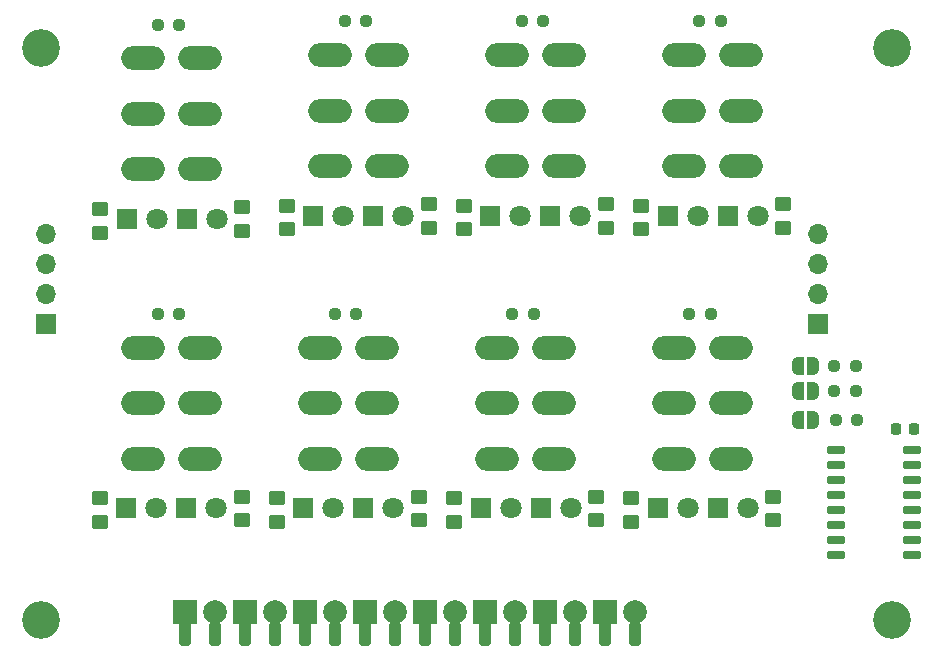
<source format=gbr>
%TF.GenerationSoftware,KiCad,Pcbnew,8.0.2*%
%TF.CreationDate,2025-01-24T00:11:38+01:00*%
%TF.ProjectId,INPUT_ADD_ON,494e5055-545f-4414-9444-5f4f4e2e6b69,rev?*%
%TF.SameCoordinates,Original*%
%TF.FileFunction,Soldermask,Top*%
%TF.FilePolarity,Negative*%
%FSLAX46Y46*%
G04 Gerber Fmt 4.6, Leading zero omitted, Abs format (unit mm)*
G04 Created by KiCad (PCBNEW 8.0.2) date 2025-01-24 00:11:38*
%MOMM*%
%LPD*%
G01*
G04 APERTURE LIST*
G04 Aperture macros list*
%AMRoundRect*
0 Rectangle with rounded corners*
0 $1 Rounding radius*
0 $2 $3 $4 $5 $6 $7 $8 $9 X,Y pos of 4 corners*
0 Add a 4 corners polygon primitive as box body*
4,1,4,$2,$3,$4,$5,$6,$7,$8,$9,$2,$3,0*
0 Add four circle primitives for the rounded corners*
1,1,$1+$1,$2,$3*
1,1,$1+$1,$4,$5*
1,1,$1+$1,$6,$7*
1,1,$1+$1,$8,$9*
0 Add four rect primitives between the rounded corners*
20,1,$1+$1,$2,$3,$4,$5,0*
20,1,$1+$1,$4,$5,$6,$7,0*
20,1,$1+$1,$6,$7,$8,$9,0*
20,1,$1+$1,$8,$9,$2,$3,0*%
%AMFreePoly0*
4,1,19,0.500000,-0.750000,0.000000,-0.750000,0.000000,-0.744911,-0.071157,-0.744911,-0.207708,-0.704816,-0.327430,-0.627875,-0.420627,-0.520320,-0.479746,-0.390866,-0.500000,-0.250000,-0.500000,0.250000,-0.479746,0.390866,-0.420627,0.520320,-0.327430,0.627875,-0.207708,0.704816,-0.071157,0.744911,0.000000,0.744911,0.000000,0.750000,0.500000,0.750000,0.500000,-0.750000,0.500000,-0.750000,
$1*%
%AMFreePoly1*
4,1,19,0.000000,0.744911,0.071157,0.744911,0.207708,0.704816,0.327430,0.627875,0.420627,0.520320,0.479746,0.390866,0.500000,0.250000,0.500000,-0.250000,0.479746,-0.390866,0.420627,-0.520320,0.327430,-0.627875,0.207708,-0.704816,0.071157,-0.744911,0.000000,-0.744911,0.000000,-0.750000,-0.500000,-0.750000,-0.500000,0.750000,0.000000,0.750000,0.000000,0.744911,0.000000,0.744911,
$1*%
G04 Aperture macros list end*
%ADD10C,3.200000*%
%ADD11R,1.700000X1.700000*%
%ADD12O,1.700000X1.700000*%
%ADD13C,2.000000*%
%ADD14R,2.000000X2.000000*%
%ADD15RoundRect,0.150000X-0.650000X-0.150000X0.650000X-0.150000X0.650000X0.150000X-0.650000X0.150000X0*%
%ADD16O,3.700000X2.000000*%
%ADD17RoundRect,0.250000X0.450000X-0.350000X0.450000X0.350000X-0.450000X0.350000X-0.450000X-0.350000X0*%
%ADD18RoundRect,0.237500X-0.250000X-0.237500X0.250000X-0.237500X0.250000X0.237500X-0.250000X0.237500X0*%
%ADD19RoundRect,0.237500X0.250000X0.237500X-0.250000X0.237500X-0.250000X-0.237500X0.250000X-0.237500X0*%
%ADD20FreePoly0,0.000000*%
%ADD21FreePoly1,0.000000*%
%ADD22RoundRect,0.250000X0.250000X0.750000X-0.250000X0.750000X-0.250000X-0.750000X0.250000X-0.750000X0*%
%ADD23C,1.800000*%
%ADD24R,1.800000X1.800000*%
%ADD25RoundRect,0.225000X0.225000X0.250000X-0.225000X0.250000X-0.225000X-0.250000X0.225000X-0.250000X0*%
G04 APERTURE END LIST*
D10*
%TO.C,REF\u002A\u002A*%
X166000000Y-73500000D03*
%TD*%
%TO.C,REF\u002A\u002A*%
X94000000Y-73500000D03*
%TD*%
%TO.C,REF\u002A\u002A*%
X94000000Y-122000000D03*
%TD*%
%TO.C,REF\u002A\u002A*%
X166000000Y-122000000D03*
%TD*%
D11*
%TO.C,J102*%
X94361000Y-96901000D03*
D12*
X94361000Y-94361000D03*
X94361000Y-91821000D03*
X94361000Y-89281000D03*
%TD*%
D11*
%TO.C,J101*%
X159766000Y-96901000D03*
D12*
X159766000Y-94361000D03*
X159766000Y-91821000D03*
X159766000Y-89281000D03*
%TD*%
D13*
%TO.C,J901*%
X108712000Y-121285000D03*
D14*
X106172000Y-121285000D03*
%TD*%
%TO.C,J801*%
X141732000Y-121285000D03*
D13*
X144272000Y-121285000D03*
%TD*%
D14*
%TO.C,J701*%
X131572000Y-121285000D03*
D13*
X134112000Y-121285000D03*
%TD*%
D14*
%TO.C,J601*%
X121412000Y-121285000D03*
D13*
X123952000Y-121285000D03*
%TD*%
D14*
%TO.C,J501*%
X111252000Y-121285000D03*
D13*
X113792000Y-121285000D03*
%TD*%
D14*
%TO.C,J401*%
X136652000Y-121285000D03*
D13*
X139192000Y-121285000D03*
%TD*%
D14*
%TO.C,J301*%
X126492000Y-121285000D03*
D13*
X129032000Y-121285000D03*
%TD*%
D14*
%TO.C,J201*%
X116332000Y-121285000D03*
D13*
X118872000Y-121285000D03*
%TD*%
D15*
%TO.C,U101*%
X161250000Y-107555000D03*
X161250000Y-108825000D03*
X161250000Y-110095000D03*
X161250000Y-111365000D03*
X161250000Y-112635000D03*
X161250000Y-113905000D03*
X161250000Y-115175000D03*
X161250000Y-116445000D03*
X167750000Y-116445000D03*
X167750000Y-115175000D03*
X167750000Y-113905000D03*
X167750000Y-112635000D03*
X167750000Y-111365000D03*
X167750000Y-110095000D03*
X167750000Y-108825000D03*
X167750000Y-107555000D03*
%TD*%
D16*
%TO.C,SW901*%
X107416000Y-74420000D03*
X107416000Y-79120000D03*
X107416000Y-83820000D03*
X102616000Y-74420000D03*
X102616000Y-79120000D03*
X102616000Y-83820000D03*
%TD*%
%TO.C,SW801*%
X147600000Y-108300000D03*
X147600000Y-103600000D03*
X147600000Y-98900000D03*
X152400000Y-108300000D03*
X152400000Y-103600000D03*
X152400000Y-98900000D03*
%TD*%
%TO.C,SW701*%
X132600000Y-108300000D03*
X132600000Y-103600000D03*
X132600000Y-98900000D03*
X137400000Y-108300000D03*
X137400000Y-103600000D03*
X137400000Y-98900000D03*
%TD*%
%TO.C,SW601*%
X117600000Y-108300000D03*
X117600000Y-103600000D03*
X117600000Y-98900000D03*
X122400000Y-108300000D03*
X122400000Y-103600000D03*
X122400000Y-98900000D03*
%TD*%
%TO.C,SW501*%
X102600000Y-108300000D03*
X102600000Y-103600000D03*
X102600000Y-98900000D03*
X107400000Y-108300000D03*
X107400000Y-103600000D03*
X107400000Y-98900000D03*
%TD*%
%TO.C,SW401*%
X148428000Y-83532000D03*
X148428000Y-78832000D03*
X148428000Y-74132000D03*
X153228000Y-83532000D03*
X153228000Y-78832000D03*
X153228000Y-74132000D03*
%TD*%
%TO.C,SW301*%
X133428000Y-83532000D03*
X133428000Y-78832000D03*
X133428000Y-74132000D03*
X138228000Y-83532000D03*
X138228000Y-78832000D03*
X138228000Y-74132000D03*
%TD*%
%TO.C,SW201*%
X118428000Y-83532000D03*
X118428000Y-78832000D03*
X118428000Y-74132000D03*
X123228000Y-83532000D03*
X123228000Y-78832000D03*
X123228000Y-74132000D03*
%TD*%
D17*
%TO.C,R903*%
X98949000Y-87166000D03*
X98949000Y-89166000D03*
%TD*%
%TO.C,R902*%
X110985000Y-87037000D03*
X110985000Y-89037000D03*
%TD*%
D18*
%TO.C,R901*%
X105687500Y-71557000D03*
X103862500Y-71557000D03*
%TD*%
D17*
%TO.C,R803*%
X143933000Y-113646000D03*
X143933000Y-111646000D03*
%TD*%
%TO.C,R802*%
X155969000Y-113517000D03*
X155969000Y-111517000D03*
%TD*%
D18*
%TO.C,R801*%
X148846500Y-96037000D03*
X150671500Y-96037000D03*
%TD*%
D17*
%TO.C,R703*%
X128933000Y-113646000D03*
X128933000Y-111646000D03*
%TD*%
%TO.C,R702*%
X140969000Y-113517000D03*
X140969000Y-111517000D03*
%TD*%
D18*
%TO.C,R701*%
X133846500Y-96037000D03*
X135671500Y-96037000D03*
%TD*%
D17*
%TO.C,R603*%
X113933000Y-113646000D03*
X113933000Y-111646000D03*
%TD*%
%TO.C,R602*%
X125969000Y-113517000D03*
X125969000Y-111517000D03*
%TD*%
D18*
%TO.C,R601*%
X118846500Y-96037000D03*
X120671500Y-96037000D03*
%TD*%
D17*
%TO.C,R503*%
X98933000Y-113646000D03*
X98933000Y-111646000D03*
%TD*%
%TO.C,R502*%
X110969000Y-113517000D03*
X110969000Y-111517000D03*
%TD*%
D18*
%TO.C,R501*%
X103846500Y-96037000D03*
X105671500Y-96037000D03*
%TD*%
D17*
%TO.C,R403*%
X144761000Y-88878000D03*
X144761000Y-86878000D03*
%TD*%
%TO.C,R402*%
X156797000Y-88749000D03*
X156797000Y-86749000D03*
%TD*%
D18*
%TO.C,R401*%
X149674500Y-71269000D03*
X151499500Y-71269000D03*
%TD*%
D17*
%TO.C,R303*%
X129761000Y-88878000D03*
X129761000Y-86878000D03*
%TD*%
%TO.C,R302*%
X141797000Y-88749000D03*
X141797000Y-86749000D03*
%TD*%
D18*
%TO.C,R301*%
X134674500Y-71269000D03*
X136499500Y-71269000D03*
%TD*%
D17*
%TO.C,R203*%
X114761000Y-88878000D03*
X114761000Y-86878000D03*
%TD*%
%TO.C,R202*%
X126797000Y-88749000D03*
X126797000Y-86749000D03*
%TD*%
D18*
%TO.C,R201*%
X119674500Y-71269000D03*
X121499500Y-71269000D03*
%TD*%
D19*
%TO.C,R103*%
X161139500Y-100457000D03*
X162964500Y-100457000D03*
%TD*%
%TO.C,R102*%
X162964500Y-102616000D03*
X161139500Y-102616000D03*
%TD*%
%TO.C,R101*%
X161266500Y-105029000D03*
X163091500Y-105029000D03*
%TD*%
D20*
%TO.C,JP103*%
X158048000Y-100457000D03*
D21*
X159348000Y-100457000D03*
%TD*%
D20*
%TO.C,JP102*%
X158033000Y-102622000D03*
D21*
X159333000Y-102622000D03*
%TD*%
D20*
%TO.C,JP101*%
X158048000Y-105029000D03*
D21*
X159348000Y-105029000D03*
%TD*%
D22*
%TO.C,J903*%
X106172000Y-123190000D03*
%TD*%
%TO.C,J902*%
X108712000Y-123190000D03*
%TD*%
%TO.C,J803*%
X141732000Y-123190000D03*
%TD*%
%TO.C,J802*%
X144272000Y-123190000D03*
%TD*%
%TO.C,J703*%
X131572000Y-123190000D03*
%TD*%
%TO.C,J702*%
X134112000Y-123190000D03*
%TD*%
%TO.C,J603*%
X121412000Y-123190000D03*
%TD*%
%TO.C,J602*%
X123952000Y-123190000D03*
%TD*%
%TO.C,J503*%
X111252000Y-123190000D03*
%TD*%
%TO.C,J502*%
X113792000Y-123190000D03*
%TD*%
%TO.C,J403*%
X136652000Y-123190000D03*
%TD*%
%TO.C,J402*%
X139192000Y-123190000D03*
%TD*%
%TO.C,J303*%
X126492000Y-123190000D03*
%TD*%
%TO.C,J302*%
X129032000Y-123190000D03*
%TD*%
%TO.C,J203*%
X116332000Y-123190000D03*
%TD*%
%TO.C,J202*%
X118872000Y-123190000D03*
%TD*%
D23*
%TO.C,D902*%
X103746000Y-88037000D03*
D24*
X101206000Y-88037000D03*
%TD*%
D23*
%TO.C,D901*%
X108826000Y-88039000D03*
D24*
X106286000Y-88039000D03*
%TD*%
%TO.C,D802*%
X146190000Y-112517000D03*
D23*
X148730000Y-112517000D03*
%TD*%
D24*
%TO.C,D801*%
X151270000Y-112519000D03*
D23*
X153810000Y-112519000D03*
%TD*%
D24*
%TO.C,D702*%
X131190000Y-112517000D03*
D23*
X133730000Y-112517000D03*
%TD*%
D24*
%TO.C,D701*%
X136270000Y-112519000D03*
D23*
X138810000Y-112519000D03*
%TD*%
D24*
%TO.C,D602*%
X116190000Y-112517000D03*
D23*
X118730000Y-112517000D03*
%TD*%
D24*
%TO.C,D601*%
X121270000Y-112519000D03*
D23*
X123810000Y-112519000D03*
%TD*%
D24*
%TO.C,D502*%
X101190000Y-112517000D03*
D23*
X103730000Y-112517000D03*
%TD*%
D24*
%TO.C,D501*%
X106270000Y-112519000D03*
D23*
X108810000Y-112519000D03*
%TD*%
D24*
%TO.C,D402*%
X147018000Y-87749000D03*
D23*
X149558000Y-87749000D03*
%TD*%
D24*
%TO.C,D401*%
X152098000Y-87751000D03*
D23*
X154638000Y-87751000D03*
%TD*%
D24*
%TO.C,D302*%
X132018000Y-87749000D03*
D23*
X134558000Y-87749000D03*
%TD*%
D24*
%TO.C,D301*%
X137098000Y-87751000D03*
D23*
X139638000Y-87751000D03*
%TD*%
D24*
%TO.C,D202*%
X117018000Y-87749000D03*
D23*
X119558000Y-87749000D03*
%TD*%
D24*
%TO.C,D201*%
X122098000Y-87751000D03*
D23*
X124638000Y-87751000D03*
%TD*%
D25*
%TO.C,C101*%
X167907000Y-105791000D03*
X166357000Y-105791000D03*
%TD*%
M02*

</source>
